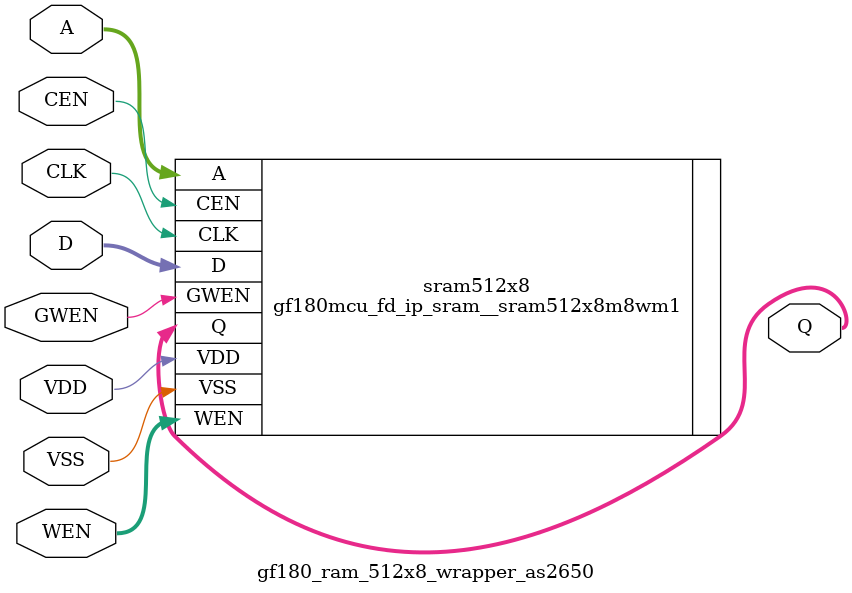
<source format=v>
module gf180_ram_512x8_wrapper_as2650 (CEN,
    CLK,
    GWEN,
    VDD,
    VSS,
    A,
    D,
    Q,
    WEN);
 input CEN;
 input CLK;
 input GWEN;
 input VDD;
 input VSS;
 input [8:0] A;
 input [7:0] D;
 output [7:0] Q;
 input [7:0] WEN;


 gf180mcu_fd_ip_sram__sram512x8m8wm1 sram512x8 (.CEN(CEN),
    .CLK(CLK),
    .GWEN(GWEN),
    .VDD(VDD),
    .VSS(VSS),
    .A({A[8],
    A[7],
    A[6],
    A[5],
    A[4],
    A[3],
    A[2],
    A[1],
    A[0]}),
    .D({D[7],
    D[6],
    D[5],
    D[4],
    D[3],
    D[2],
    D[1],
    D[0]}),
    .Q({Q[7],
    Q[6],
    Q[5],
    Q[4],
    Q[3],
    Q[2],
    Q[1],
    Q[0]}),
    .WEN({WEN[7],
    WEN[6],
    WEN[5],
    WEN[4],
    WEN[3],
    WEN[2],
    WEN[1],
    WEN[0]}));
endmodule

</source>
